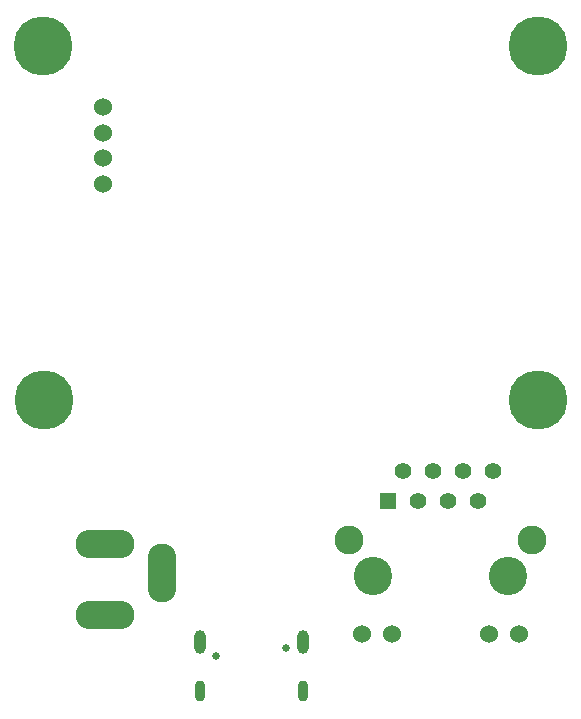
<source format=gbr>
%TF.GenerationSoftware,Altium Limited,Altium Designer,20.0.12 (288)*%
G04 Layer_Color=255*
%FSLAX45Y45*%
%MOMM*%
%TF.FileFunction,Pads,Bot*%
%TF.Part,Single*%
G01*
G75*
%TA.AperFunction,ComponentPad*%
%ADD32O,5.00000X2.40000*%
%ADD33O,2.40000X5.00000*%
%ADD34C,0.65000*%
%ADD35O,1.00000X2.00000*%
%ADD36O,0.90000X1.80000*%
%ADD37C,1.52400*%
%ADD38C,3.25000*%
%ADD39C,2.44500*%
%ADD40C,1.53000*%
%ADD41C,1.39800*%
%ADD42R,1.39800X1.39800*%
%TA.AperFunction,ViaPad*%
%ADD43C,5.00000*%
D32*
X13860001Y3325000D02*
D03*
Y3925000D02*
D03*
D33*
X14339999Y3675000D02*
D03*
D34*
X14792400Y2977200D02*
D03*
X15386200Y3048000D02*
D03*
D35*
X14664700Y3096000D02*
D03*
X15529700D02*
D03*
D36*
X14664700Y2678000D02*
D03*
X15529700D02*
D03*
D37*
X13840001Y6972500D02*
D03*
Y7188500D02*
D03*
Y7404500D02*
D03*
Y7620500D02*
D03*
D38*
X16126001Y3652000D02*
D03*
X17269000D02*
D03*
D39*
X17472002Y3957000D02*
D03*
X15923000D02*
D03*
D40*
X17106001Y3162000D02*
D03*
X17360001D02*
D03*
X16289000D02*
D03*
X16035001D02*
D03*
D41*
X17141499Y4541000D02*
D03*
X17014500Y4287000D02*
D03*
X16887500Y4541000D02*
D03*
X16760500Y4287000D02*
D03*
X16633501Y4541000D02*
D03*
X16506500Y4287000D02*
D03*
X16379500Y4541000D02*
D03*
D42*
X16252499Y4287000D02*
D03*
D43*
X17522501Y8140000D02*
D03*
X13335001D02*
D03*
X17522501Y5142500D02*
D03*
X13337500Y5145000D02*
D03*
%TF.MD5,87c4eafc67f760d2d9cffa8f5880cfcd*%
M02*

</source>
